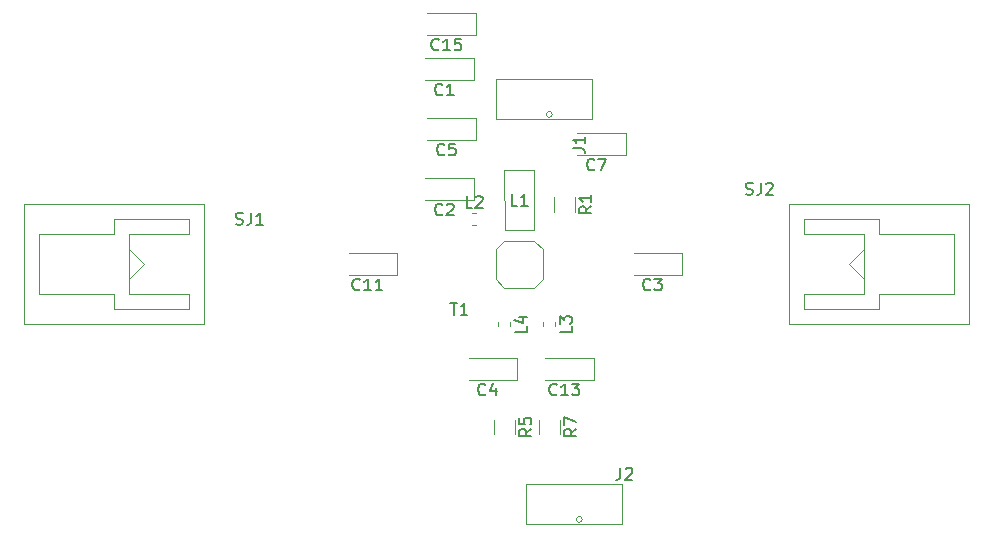
<source format=gbr>
G04 #@! TF.GenerationSoftware,KiCad,Pcbnew,5.1.2-f72e74a~84~ubuntu18.04.1*
G04 #@! TF.CreationDate,2019-07-08T14:48:41+02:00*
G04 #@! TF.ProjectId,ampli_rf_kicad,616d706c-695f-4726-965f-6b696361642e,rev?*
G04 #@! TF.SameCoordinates,Original*
G04 #@! TF.FileFunction,Legend,Top*
G04 #@! TF.FilePolarity,Positive*
%FSLAX46Y46*%
G04 Gerber Fmt 4.6, Leading zero omitted, Abs format (unit mm)*
G04 Created by KiCad (PCBNEW 5.1.2-f72e74a~84~ubuntu18.04.1) date 2019-07-08 14:48:41*
%MOMM*%
%LPD*%
G04 APERTURE LIST*
%ADD10C,0.120000*%
%ADD11C,0.050000*%
%ADD12C,0.150000*%
G04 APERTURE END LIST*
D10*
X176530000Y-125730000D02*
X175260000Y-124460000D01*
X176530000Y-123190000D02*
X175260000Y-124460000D01*
X170180000Y-129540000D02*
X185420000Y-129540000D01*
X185420000Y-119380000D02*
X170180000Y-119380000D01*
X171450000Y-127000000D02*
X171450000Y-128270000D01*
X176530000Y-127000000D02*
X171450000Y-127000000D01*
X176530000Y-121920000D02*
X176530000Y-127000000D01*
X171450000Y-121920000D02*
X176530000Y-121920000D01*
X171450000Y-120650000D02*
X171450000Y-121920000D01*
X184150000Y-121920000D02*
X184150000Y-127000000D01*
X177800000Y-121920000D02*
X184150000Y-121920000D01*
X177800000Y-120650000D02*
X177800000Y-121920000D01*
X177800000Y-127000000D02*
X184150000Y-127000000D01*
X177800000Y-128270000D02*
X177800000Y-127000000D01*
X185420000Y-129540000D02*
X185420000Y-119380000D01*
X170180000Y-119380000D02*
X170180000Y-129540000D01*
X177800000Y-128270000D02*
X171450000Y-128270000D01*
X171450000Y-120650000D02*
X177800000Y-120650000D01*
X114300000Y-123190000D02*
X115570000Y-124460000D01*
X114300000Y-125730000D02*
X115570000Y-124460000D01*
X120650000Y-119380000D02*
X105410000Y-119380000D01*
X105410000Y-129540000D02*
X120650000Y-129540000D01*
X119380000Y-121920000D02*
X119380000Y-120650000D01*
X114300000Y-121920000D02*
X119380000Y-121920000D01*
X114300000Y-127000000D02*
X114300000Y-121920000D01*
X119380000Y-127000000D02*
X114300000Y-127000000D01*
X119380000Y-128270000D02*
X119380000Y-127000000D01*
X106680000Y-127000000D02*
X106680000Y-121920000D01*
X113030000Y-127000000D02*
X106680000Y-127000000D01*
X113030000Y-128270000D02*
X113030000Y-127000000D01*
X113030000Y-121920000D02*
X106680000Y-121920000D01*
X113030000Y-120650000D02*
X113030000Y-121920000D01*
X105410000Y-119380000D02*
X105410000Y-129540000D01*
X120650000Y-129540000D02*
X120650000Y-119380000D01*
X113030000Y-120650000D02*
X119380000Y-120650000D01*
X119380000Y-128270000D02*
X113030000Y-128270000D01*
X152650000Y-146050000D02*
G75*
G03X152650000Y-146050000I-250000J0D01*
G01*
X155970000Y-146480000D02*
X147870000Y-146480000D01*
X147870000Y-143080000D02*
X155970000Y-143080000D01*
X155970000Y-146480000D02*
X155970000Y-143080000D01*
X147870000Y-146480000D02*
X147870000Y-143080000D01*
D11*
X146050000Y-122460000D02*
X145320000Y-123190000D01*
X146050000Y-126460000D02*
X145320000Y-125730000D01*
X149320000Y-125730000D02*
X148590000Y-126460000D01*
X148590000Y-122460000D02*
X149320000Y-123190000D01*
X146050000Y-122460000D02*
X148590000Y-122460000D01*
X149320000Y-123190000D02*
X149320000Y-125730000D01*
X145320000Y-125730000D02*
X145320000Y-123190000D01*
X146050000Y-126460000D02*
X148590000Y-126460000D01*
D10*
X148950000Y-137610436D02*
X148950000Y-138814564D01*
X150770000Y-137610436D02*
X150770000Y-138814564D01*
X145140000Y-137610436D02*
X145140000Y-138814564D01*
X146960000Y-137610436D02*
X146960000Y-138814564D01*
X150220000Y-118777936D02*
X150220000Y-119982064D01*
X152040000Y-118777936D02*
X152040000Y-119982064D01*
X145540000Y-129368733D02*
X145540000Y-129711267D01*
X146560000Y-129368733D02*
X146560000Y-129711267D01*
X149350000Y-129368733D02*
X149350000Y-129711267D01*
X150370000Y-129368733D02*
X150370000Y-129711267D01*
X143338733Y-121160000D02*
X143681267Y-121160000D01*
X143338733Y-120140000D02*
X143681267Y-120140000D01*
X148590000Y-116510000D02*
X148590000Y-121590000D01*
X146050000Y-116510000D02*
X146070000Y-121590000D01*
X146070000Y-121590000D02*
X148570000Y-121590000D01*
X146070000Y-116510000D02*
X148570000Y-116510000D01*
X150110000Y-111760000D02*
G75*
G03X150110000Y-111760000I-250000J0D01*
G01*
X153430000Y-112190000D02*
X145330000Y-112190000D01*
X145330000Y-108790000D02*
X153430000Y-108790000D01*
X153430000Y-112190000D02*
X153430000Y-108790000D01*
X145330000Y-112190000D02*
X145330000Y-108790000D01*
X143622500Y-103205000D02*
X139537500Y-103205000D01*
X143622500Y-105075000D02*
X143622500Y-103205000D01*
X139537500Y-105075000D02*
X143622500Y-105075000D01*
X153615000Y-132415000D02*
X149530000Y-132415000D01*
X153615000Y-134285000D02*
X153615000Y-132415000D01*
X149530000Y-134285000D02*
X153615000Y-134285000D01*
X136937500Y-123525000D02*
X132852500Y-123525000D01*
X136937500Y-125395000D02*
X136937500Y-123525000D01*
X132852500Y-125395000D02*
X136937500Y-125395000D01*
X156322500Y-113365000D02*
X152237500Y-113365000D01*
X156322500Y-115235000D02*
X156322500Y-113365000D01*
X152237500Y-115235000D02*
X156322500Y-115235000D01*
X143622500Y-112095000D02*
X139537500Y-112095000D01*
X143622500Y-113965000D02*
X143622500Y-112095000D01*
X139537500Y-113965000D02*
X143622500Y-113965000D01*
X147097500Y-132415000D02*
X143012500Y-132415000D01*
X147097500Y-134285000D02*
X147097500Y-132415000D01*
X143012500Y-134285000D02*
X147097500Y-134285000D01*
X161067500Y-123525000D02*
X156982500Y-123525000D01*
X161067500Y-125395000D02*
X161067500Y-123525000D01*
X156982500Y-125395000D02*
X161067500Y-125395000D01*
X143455000Y-117175000D02*
X139370000Y-117175000D01*
X143455000Y-119045000D02*
X143455000Y-117175000D01*
X139370000Y-119045000D02*
X143455000Y-119045000D01*
X143455000Y-107015000D02*
X139370000Y-107015000D01*
X143455000Y-108885000D02*
X143455000Y-107015000D01*
X139370000Y-108885000D02*
X143455000Y-108885000D01*
D12*
X166497142Y-118514761D02*
X166640000Y-118562380D01*
X166878095Y-118562380D01*
X166973333Y-118514761D01*
X167020952Y-118467142D01*
X167068571Y-118371904D01*
X167068571Y-118276666D01*
X167020952Y-118181428D01*
X166973333Y-118133809D01*
X166878095Y-118086190D01*
X166687619Y-118038571D01*
X166592380Y-117990952D01*
X166544761Y-117943333D01*
X166497142Y-117848095D01*
X166497142Y-117752857D01*
X166544761Y-117657619D01*
X166592380Y-117610000D01*
X166687619Y-117562380D01*
X166925714Y-117562380D01*
X167068571Y-117610000D01*
X167782857Y-117562380D02*
X167782857Y-118276666D01*
X167735238Y-118419523D01*
X167640000Y-118514761D01*
X167497142Y-118562380D01*
X167401904Y-118562380D01*
X168211428Y-117657619D02*
X168259047Y-117610000D01*
X168354285Y-117562380D01*
X168592380Y-117562380D01*
X168687619Y-117610000D01*
X168735238Y-117657619D01*
X168782857Y-117752857D01*
X168782857Y-117848095D01*
X168735238Y-117990952D01*
X168163809Y-118562380D01*
X168782857Y-118562380D01*
X123317142Y-121054761D02*
X123460000Y-121102380D01*
X123698095Y-121102380D01*
X123793333Y-121054761D01*
X123840952Y-121007142D01*
X123888571Y-120911904D01*
X123888571Y-120816666D01*
X123840952Y-120721428D01*
X123793333Y-120673809D01*
X123698095Y-120626190D01*
X123507619Y-120578571D01*
X123412380Y-120530952D01*
X123364761Y-120483333D01*
X123317142Y-120388095D01*
X123317142Y-120292857D01*
X123364761Y-120197619D01*
X123412380Y-120150000D01*
X123507619Y-120102380D01*
X123745714Y-120102380D01*
X123888571Y-120150000D01*
X124602857Y-120102380D02*
X124602857Y-120816666D01*
X124555238Y-120959523D01*
X124460000Y-121054761D01*
X124317142Y-121102380D01*
X124221904Y-121102380D01*
X125602857Y-121102380D02*
X125031428Y-121102380D01*
X125317142Y-121102380D02*
X125317142Y-120102380D01*
X125221904Y-120245238D01*
X125126666Y-120340476D01*
X125031428Y-120388095D01*
X155876666Y-141692380D02*
X155876666Y-142406666D01*
X155829047Y-142549523D01*
X155733809Y-142644761D01*
X155590952Y-142692380D01*
X155495714Y-142692380D01*
X156305238Y-141787619D02*
X156352857Y-141740000D01*
X156448095Y-141692380D01*
X156686190Y-141692380D01*
X156781428Y-141740000D01*
X156829047Y-141787619D01*
X156876666Y-141882857D01*
X156876666Y-141978095D01*
X156829047Y-142120952D01*
X156257619Y-142692380D01*
X156876666Y-142692380D01*
X141478095Y-127722380D02*
X142049523Y-127722380D01*
X141763809Y-128722380D02*
X141763809Y-127722380D01*
X142906666Y-128722380D02*
X142335238Y-128722380D01*
X142620952Y-128722380D02*
X142620952Y-127722380D01*
X142525714Y-127865238D01*
X142430476Y-127960476D01*
X142335238Y-128008095D01*
X152132380Y-138379166D02*
X151656190Y-138712500D01*
X152132380Y-138950595D02*
X151132380Y-138950595D01*
X151132380Y-138569642D01*
X151180000Y-138474404D01*
X151227619Y-138426785D01*
X151322857Y-138379166D01*
X151465714Y-138379166D01*
X151560952Y-138426785D01*
X151608571Y-138474404D01*
X151656190Y-138569642D01*
X151656190Y-138950595D01*
X151132380Y-138045833D02*
X151132380Y-137379166D01*
X152132380Y-137807738D01*
X148322380Y-138379166D02*
X147846190Y-138712500D01*
X148322380Y-138950595D02*
X147322380Y-138950595D01*
X147322380Y-138569642D01*
X147370000Y-138474404D01*
X147417619Y-138426785D01*
X147512857Y-138379166D01*
X147655714Y-138379166D01*
X147750952Y-138426785D01*
X147798571Y-138474404D01*
X147846190Y-138569642D01*
X147846190Y-138950595D01*
X147322380Y-137474404D02*
X147322380Y-137950595D01*
X147798571Y-137998214D01*
X147750952Y-137950595D01*
X147703333Y-137855357D01*
X147703333Y-137617261D01*
X147750952Y-137522023D01*
X147798571Y-137474404D01*
X147893809Y-137426785D01*
X148131904Y-137426785D01*
X148227142Y-137474404D01*
X148274761Y-137522023D01*
X148322380Y-137617261D01*
X148322380Y-137855357D01*
X148274761Y-137950595D01*
X148227142Y-137998214D01*
X153402380Y-119546666D02*
X152926190Y-119880000D01*
X153402380Y-120118095D02*
X152402380Y-120118095D01*
X152402380Y-119737142D01*
X152450000Y-119641904D01*
X152497619Y-119594285D01*
X152592857Y-119546666D01*
X152735714Y-119546666D01*
X152830952Y-119594285D01*
X152878571Y-119641904D01*
X152926190Y-119737142D01*
X152926190Y-120118095D01*
X153402380Y-118594285D02*
X153402380Y-119165714D01*
X153402380Y-118880000D02*
X152402380Y-118880000D01*
X152545238Y-118975238D01*
X152640476Y-119070476D01*
X152688095Y-119165714D01*
X147932380Y-129706666D02*
X147932380Y-130182857D01*
X146932380Y-130182857D01*
X147265714Y-128944761D02*
X147932380Y-128944761D01*
X146884761Y-129182857D02*
X147599047Y-129420952D01*
X147599047Y-128801904D01*
X151742380Y-129706666D02*
X151742380Y-130182857D01*
X150742380Y-130182857D01*
X150742380Y-129468571D02*
X150742380Y-128849523D01*
X151123333Y-129182857D01*
X151123333Y-129040000D01*
X151170952Y-128944761D01*
X151218571Y-128897142D01*
X151313809Y-128849523D01*
X151551904Y-128849523D01*
X151647142Y-128897142D01*
X151694761Y-128944761D01*
X151742380Y-129040000D01*
X151742380Y-129325714D01*
X151694761Y-129420952D01*
X151647142Y-129468571D01*
X143343333Y-119672380D02*
X142867142Y-119672380D01*
X142867142Y-118672380D01*
X143629047Y-118767619D02*
X143676666Y-118720000D01*
X143771904Y-118672380D01*
X144010000Y-118672380D01*
X144105238Y-118720000D01*
X144152857Y-118767619D01*
X144200476Y-118862857D01*
X144200476Y-118958095D01*
X144152857Y-119100952D01*
X143581428Y-119672380D01*
X144200476Y-119672380D01*
X147153333Y-119502380D02*
X146677142Y-119502380D01*
X146677142Y-118502380D01*
X148010476Y-119502380D02*
X147439047Y-119502380D01*
X147724761Y-119502380D02*
X147724761Y-118502380D01*
X147629523Y-118645238D01*
X147534285Y-118740476D01*
X147439047Y-118788095D01*
X151852380Y-114633333D02*
X152566666Y-114633333D01*
X152709523Y-114680952D01*
X152804761Y-114776190D01*
X152852380Y-114919047D01*
X152852380Y-115014285D01*
X152852380Y-113633333D02*
X152852380Y-114204761D01*
X152852380Y-113919047D02*
X151852380Y-113919047D01*
X151995238Y-114014285D01*
X152090476Y-114109523D01*
X152138095Y-114204761D01*
X140494642Y-106247142D02*
X140447023Y-106294761D01*
X140304166Y-106342380D01*
X140208928Y-106342380D01*
X140066071Y-106294761D01*
X139970833Y-106199523D01*
X139923214Y-106104285D01*
X139875595Y-105913809D01*
X139875595Y-105770952D01*
X139923214Y-105580476D01*
X139970833Y-105485238D01*
X140066071Y-105390000D01*
X140208928Y-105342380D01*
X140304166Y-105342380D01*
X140447023Y-105390000D01*
X140494642Y-105437619D01*
X141447023Y-106342380D02*
X140875595Y-106342380D01*
X141161309Y-106342380D02*
X141161309Y-105342380D01*
X141066071Y-105485238D01*
X140970833Y-105580476D01*
X140875595Y-105628095D01*
X142351785Y-105342380D02*
X141875595Y-105342380D01*
X141827976Y-105818571D01*
X141875595Y-105770952D01*
X141970833Y-105723333D01*
X142208928Y-105723333D01*
X142304166Y-105770952D01*
X142351785Y-105818571D01*
X142399404Y-105913809D01*
X142399404Y-106151904D01*
X142351785Y-106247142D01*
X142304166Y-106294761D01*
X142208928Y-106342380D01*
X141970833Y-106342380D01*
X141875595Y-106294761D01*
X141827976Y-106247142D01*
X150487142Y-135457142D02*
X150439523Y-135504761D01*
X150296666Y-135552380D01*
X150201428Y-135552380D01*
X150058571Y-135504761D01*
X149963333Y-135409523D01*
X149915714Y-135314285D01*
X149868095Y-135123809D01*
X149868095Y-134980952D01*
X149915714Y-134790476D01*
X149963333Y-134695238D01*
X150058571Y-134600000D01*
X150201428Y-134552380D01*
X150296666Y-134552380D01*
X150439523Y-134600000D01*
X150487142Y-134647619D01*
X151439523Y-135552380D02*
X150868095Y-135552380D01*
X151153809Y-135552380D02*
X151153809Y-134552380D01*
X151058571Y-134695238D01*
X150963333Y-134790476D01*
X150868095Y-134838095D01*
X151772857Y-134552380D02*
X152391904Y-134552380D01*
X152058571Y-134933333D01*
X152201428Y-134933333D01*
X152296666Y-134980952D01*
X152344285Y-135028571D01*
X152391904Y-135123809D01*
X152391904Y-135361904D01*
X152344285Y-135457142D01*
X152296666Y-135504761D01*
X152201428Y-135552380D01*
X151915714Y-135552380D01*
X151820476Y-135504761D01*
X151772857Y-135457142D01*
X133809642Y-126567142D02*
X133762023Y-126614761D01*
X133619166Y-126662380D01*
X133523928Y-126662380D01*
X133381071Y-126614761D01*
X133285833Y-126519523D01*
X133238214Y-126424285D01*
X133190595Y-126233809D01*
X133190595Y-126090952D01*
X133238214Y-125900476D01*
X133285833Y-125805238D01*
X133381071Y-125710000D01*
X133523928Y-125662380D01*
X133619166Y-125662380D01*
X133762023Y-125710000D01*
X133809642Y-125757619D01*
X134762023Y-126662380D02*
X134190595Y-126662380D01*
X134476309Y-126662380D02*
X134476309Y-125662380D01*
X134381071Y-125805238D01*
X134285833Y-125900476D01*
X134190595Y-125948095D01*
X135714404Y-126662380D02*
X135142976Y-126662380D01*
X135428690Y-126662380D02*
X135428690Y-125662380D01*
X135333452Y-125805238D01*
X135238214Y-125900476D01*
X135142976Y-125948095D01*
X153670833Y-116407142D02*
X153623214Y-116454761D01*
X153480357Y-116502380D01*
X153385119Y-116502380D01*
X153242261Y-116454761D01*
X153147023Y-116359523D01*
X153099404Y-116264285D01*
X153051785Y-116073809D01*
X153051785Y-115930952D01*
X153099404Y-115740476D01*
X153147023Y-115645238D01*
X153242261Y-115550000D01*
X153385119Y-115502380D01*
X153480357Y-115502380D01*
X153623214Y-115550000D01*
X153670833Y-115597619D01*
X154004166Y-115502380D02*
X154670833Y-115502380D01*
X154242261Y-116502380D01*
X140970833Y-115137142D02*
X140923214Y-115184761D01*
X140780357Y-115232380D01*
X140685119Y-115232380D01*
X140542261Y-115184761D01*
X140447023Y-115089523D01*
X140399404Y-114994285D01*
X140351785Y-114803809D01*
X140351785Y-114660952D01*
X140399404Y-114470476D01*
X140447023Y-114375238D01*
X140542261Y-114280000D01*
X140685119Y-114232380D01*
X140780357Y-114232380D01*
X140923214Y-114280000D01*
X140970833Y-114327619D01*
X141875595Y-114232380D02*
X141399404Y-114232380D01*
X141351785Y-114708571D01*
X141399404Y-114660952D01*
X141494642Y-114613333D01*
X141732738Y-114613333D01*
X141827976Y-114660952D01*
X141875595Y-114708571D01*
X141923214Y-114803809D01*
X141923214Y-115041904D01*
X141875595Y-115137142D01*
X141827976Y-115184761D01*
X141732738Y-115232380D01*
X141494642Y-115232380D01*
X141399404Y-115184761D01*
X141351785Y-115137142D01*
X144445833Y-135457142D02*
X144398214Y-135504761D01*
X144255357Y-135552380D01*
X144160119Y-135552380D01*
X144017261Y-135504761D01*
X143922023Y-135409523D01*
X143874404Y-135314285D01*
X143826785Y-135123809D01*
X143826785Y-134980952D01*
X143874404Y-134790476D01*
X143922023Y-134695238D01*
X144017261Y-134600000D01*
X144160119Y-134552380D01*
X144255357Y-134552380D01*
X144398214Y-134600000D01*
X144445833Y-134647619D01*
X145302976Y-134885714D02*
X145302976Y-135552380D01*
X145064880Y-134504761D02*
X144826785Y-135219047D01*
X145445833Y-135219047D01*
X158415833Y-126567142D02*
X158368214Y-126614761D01*
X158225357Y-126662380D01*
X158130119Y-126662380D01*
X157987261Y-126614761D01*
X157892023Y-126519523D01*
X157844404Y-126424285D01*
X157796785Y-126233809D01*
X157796785Y-126090952D01*
X157844404Y-125900476D01*
X157892023Y-125805238D01*
X157987261Y-125710000D01*
X158130119Y-125662380D01*
X158225357Y-125662380D01*
X158368214Y-125710000D01*
X158415833Y-125757619D01*
X158749166Y-125662380D02*
X159368214Y-125662380D01*
X159034880Y-126043333D01*
X159177738Y-126043333D01*
X159272976Y-126090952D01*
X159320595Y-126138571D01*
X159368214Y-126233809D01*
X159368214Y-126471904D01*
X159320595Y-126567142D01*
X159272976Y-126614761D01*
X159177738Y-126662380D01*
X158892023Y-126662380D01*
X158796785Y-126614761D01*
X158749166Y-126567142D01*
X140803333Y-120217142D02*
X140755714Y-120264761D01*
X140612857Y-120312380D01*
X140517619Y-120312380D01*
X140374761Y-120264761D01*
X140279523Y-120169523D01*
X140231904Y-120074285D01*
X140184285Y-119883809D01*
X140184285Y-119740952D01*
X140231904Y-119550476D01*
X140279523Y-119455238D01*
X140374761Y-119360000D01*
X140517619Y-119312380D01*
X140612857Y-119312380D01*
X140755714Y-119360000D01*
X140803333Y-119407619D01*
X141184285Y-119407619D02*
X141231904Y-119360000D01*
X141327142Y-119312380D01*
X141565238Y-119312380D01*
X141660476Y-119360000D01*
X141708095Y-119407619D01*
X141755714Y-119502857D01*
X141755714Y-119598095D01*
X141708095Y-119740952D01*
X141136666Y-120312380D01*
X141755714Y-120312380D01*
X140803333Y-110057142D02*
X140755714Y-110104761D01*
X140612857Y-110152380D01*
X140517619Y-110152380D01*
X140374761Y-110104761D01*
X140279523Y-110009523D01*
X140231904Y-109914285D01*
X140184285Y-109723809D01*
X140184285Y-109580952D01*
X140231904Y-109390476D01*
X140279523Y-109295238D01*
X140374761Y-109200000D01*
X140517619Y-109152380D01*
X140612857Y-109152380D01*
X140755714Y-109200000D01*
X140803333Y-109247619D01*
X141755714Y-110152380D02*
X141184285Y-110152380D01*
X141470000Y-110152380D02*
X141470000Y-109152380D01*
X141374761Y-109295238D01*
X141279523Y-109390476D01*
X141184285Y-109438095D01*
M02*

</source>
